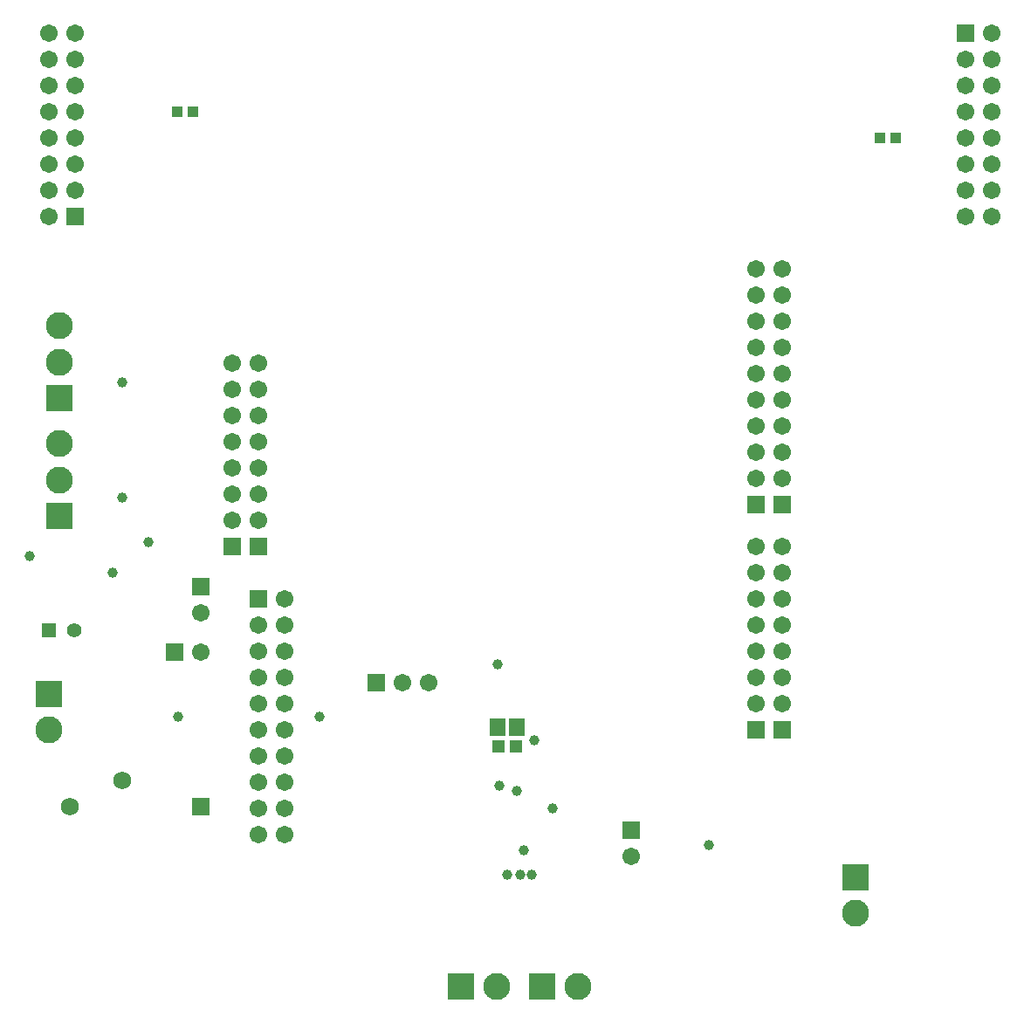
<source format=gbs>
G04 Layer_Color=8150272*
%FSLAX25Y25*%
%MOIN*%
G70*
G01*
G75*
%ADD45R,0.04300X0.04300*%
%ADD48R,0.05918X0.06706*%
%ADD56R,0.06706X0.06706*%
%ADD57C,0.06706*%
%ADD58C,0.10300*%
%ADD59R,0.10300X0.10300*%
%ADD60R,0.10300X0.10300*%
%ADD61R,0.06706X0.06706*%
%ADD62R,0.06800X0.06800*%
%ADD63C,0.06800*%
%ADD64C,0.05600*%
%ADD65R,0.05600X0.05600*%
%ADD66C,0.03900*%
%ADD67R,0.05131X0.04737*%
D45*
X169000Y446000D02*
D03*
X175000D02*
D03*
X443500Y436000D02*
D03*
X437500D02*
D03*
D48*
X291435Y211000D02*
D03*
X298915D02*
D03*
D56*
X342500Y171500D02*
D03*
X470000Y476000D02*
D03*
X130000Y406000D02*
D03*
X390000Y210000D02*
D03*
X400000D02*
D03*
X200000Y260000D02*
D03*
X178000Y264500D02*
D03*
X190000Y280000D02*
D03*
X200000D02*
D03*
X390000Y296000D02*
D03*
X400000D02*
D03*
D57*
X342500Y161500D02*
D03*
X480000Y476000D02*
D03*
X470000Y466000D02*
D03*
X480000D02*
D03*
X470000Y456000D02*
D03*
X480000Y456000D02*
D03*
X470000Y446000D02*
D03*
X480000D02*
D03*
X470000Y436000D02*
D03*
X480000D02*
D03*
X470000Y426000D02*
D03*
X480000D02*
D03*
X470000Y416000D02*
D03*
X480000D02*
D03*
X470000Y406000D02*
D03*
X480000Y406000D02*
D03*
X120000D02*
D03*
X130000Y416000D02*
D03*
X120000D02*
D03*
X130000Y426000D02*
D03*
X120000Y426000D02*
D03*
X130000Y436000D02*
D03*
X120000D02*
D03*
X130000Y446000D02*
D03*
X120000D02*
D03*
X130000Y456000D02*
D03*
X120000D02*
D03*
X130000Y466000D02*
D03*
X120000D02*
D03*
X130000Y476000D02*
D03*
X120000Y476000D02*
D03*
X265000Y228000D02*
D03*
X255000D02*
D03*
X390000Y280000D02*
D03*
Y270000D02*
D03*
Y260000D02*
D03*
Y250000D02*
D03*
Y240000D02*
D03*
Y230000D02*
D03*
Y220000D02*
D03*
X400000Y280000D02*
D03*
Y270000D02*
D03*
Y260000D02*
D03*
Y250000D02*
D03*
Y240000D02*
D03*
Y230000D02*
D03*
Y220000D02*
D03*
X178000Y239500D02*
D03*
X210000Y170000D02*
D03*
X200000D02*
D03*
X210000Y180000D02*
D03*
X200000D02*
D03*
X210000Y190000D02*
D03*
X200000Y190000D02*
D03*
X210000Y200000D02*
D03*
X200000D02*
D03*
X210000Y210000D02*
D03*
X200000D02*
D03*
X210000Y220000D02*
D03*
X200000D02*
D03*
X210000Y230000D02*
D03*
X200000D02*
D03*
X210000Y240000D02*
D03*
X200000Y240000D02*
D03*
X210000Y250000D02*
D03*
X200000D02*
D03*
X210000Y260000D02*
D03*
X178000Y254500D02*
D03*
X190000Y350000D02*
D03*
Y340000D02*
D03*
Y330000D02*
D03*
Y320000D02*
D03*
Y310000D02*
D03*
Y300000D02*
D03*
Y290000D02*
D03*
X200000Y350000D02*
D03*
Y340000D02*
D03*
Y330000D02*
D03*
Y320000D02*
D03*
Y310000D02*
D03*
Y300000D02*
D03*
Y290000D02*
D03*
X390000Y306000D02*
D03*
X390000Y326000D02*
D03*
Y336000D02*
D03*
Y346000D02*
D03*
X390000Y356000D02*
D03*
X390000Y366000D02*
D03*
Y376000D02*
D03*
Y386000D02*
D03*
Y316000D02*
D03*
X400000Y306000D02*
D03*
Y326000D02*
D03*
Y336000D02*
D03*
Y346000D02*
D03*
Y356000D02*
D03*
Y366000D02*
D03*
Y376000D02*
D03*
Y386000D02*
D03*
Y316000D02*
D03*
D58*
X322280Y112000D02*
D03*
X291280D02*
D03*
X428000Y139720D02*
D03*
X120000Y209720D02*
D03*
X124000Y319059D02*
D03*
Y305279D02*
D03*
Y364059D02*
D03*
Y350279D02*
D03*
D59*
X308500Y112000D02*
D03*
X277500D02*
D03*
D60*
X428000Y153500D02*
D03*
X120000Y223500D02*
D03*
X124000Y291500D02*
D03*
Y336500D02*
D03*
D61*
X245000Y228000D02*
D03*
X168000Y239500D02*
D03*
D62*
X178000Y180500D02*
D03*
D63*
X128000D02*
D03*
X148000Y190500D02*
D03*
D64*
X129800Y248000D02*
D03*
D65*
X120000D02*
D03*
D66*
X112733Y276233D02*
D03*
X148240Y298500D02*
D03*
Y342500D02*
D03*
X169500Y215000D02*
D03*
X223500D02*
D03*
X372000Y166000D02*
D03*
X305500Y206000D02*
D03*
X304500Y154500D02*
D03*
X300000D02*
D03*
X295000D02*
D03*
X158000Y281500D02*
D03*
X144500Y270000D02*
D03*
X301354Y164000D02*
D03*
X291500Y235000D02*
D03*
X298795Y186500D02*
D03*
X292000Y188500D02*
D03*
X312500Y180000D02*
D03*
D67*
X298331Y203500D02*
D03*
X291638D02*
D03*
M02*

</source>
